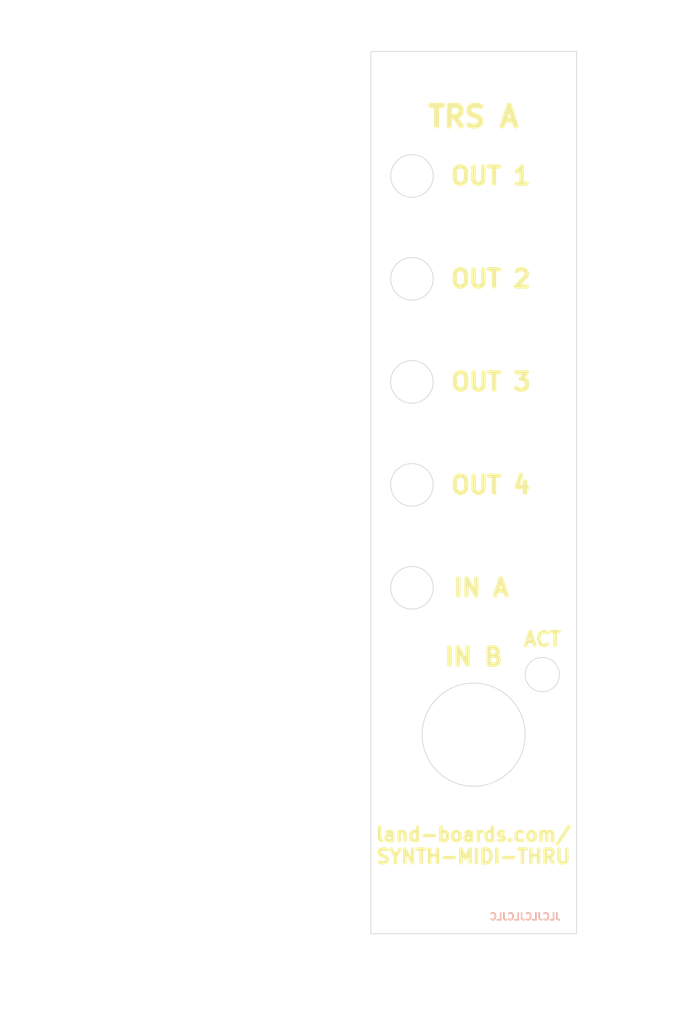
<source format=kicad_pcb>
(kicad_pcb (version 20211014) (generator pcbnew)
  (title_block (title "MOD-MIDI-THRU") (date "2022-10-06") (rev "1"))
  (layers (0 "F.Cu" signal) (31 "B.Cu" signal) (34 "B.Paste" user) (35 "F.Paste" user) (36 "B.SilkS" user "B.Silkscreen") (37 "F.SilkS" user "F.Silkscreen") (38 "B.Mask" user) (39 "F.Mask" user) (44 "Edge.Cuts" user))
  (net 0 "")
  (footprint "" (layer "F.Cu") (at 43.5 116)
    (fp_text reference "" (at 0 0) (layer "F.SilkS") (effects (font (size 1.27 1.27))))
    (fp_text value "" (at 0 0) (layer "F.SilkS") (effects (font (size 1.27 1.27))))
    (pad "" np_thru_hole oval (at 0 0) (size 12 3.2) (drill oval 12 3.2) (layers F&B.Cu *.Mask))
    (pad "" np_thru_hole oval (at 0 0) (size 12 3.2) (drill oval 12 3.2) (layers F&B.Cu *.Mask))
    (pad "" np_thru_hole oval (at 0 0) (size 12 3.2) (drill oval 12 3.2) (layers F&B.Cu *.Mask))
  )
  (footprint "" (layer "F.Cu") (at 43 -6.5)
    (fp_text reference "" (at 0 0) (layer "F.SilkS") (effects (font (size 1.27 1.27))))
    (fp_text value "" (at 0 0) (layer "F.SilkS") (effects (font (size 1.27 1.27))))
    (pad "" np_thru_hole oval (at 0 0) (size 12 3.2) (drill oval 12 3.2) (layers F&B.Cu *.Mask))
    (pad "" np_thru_hole oval (at 0 0) (size 12 3.2) (drill oval 12 3.2) (layers F&B.Cu *.Mask))
    (pad "" np_thru_hole oval (at 0 0) (size 12 3.2) (drill oval 12 3.2) (layers F&B.Cu *.Mask))
  )
  (gr_circle (center 39.5 23.61) (end 42.6 23.61) (layer "Edge.Cuts") (width 0.1) (fill none))
  (gr_circle (center 39.5 68.61) (end 42.6 68.61) (layer "Edge.Cuts") (width 0.1) (fill none))
  (gr_circle (center 39.49 38.62) (end 42.59 38.62) (layer "Edge.Cuts") (width 0.1) (fill none))
  (gr_circle (center 39.5 8.63) (end 42.6 8.63) (layer "Edge.Cuts") (width 0.1) (fill none))
  (gr_circle (center 58.5 81.25) (end 61 81.27) (layer "Edge.Cuts") (width 0.1) (fill none))
  (gr_circle (center 39.49 53.62) (end 42.59 53.62) (layer "Edge.Cuts") (width 0.1) (fill none))
  (gr_circle (center 48.49 90) (end 56 90) (layer "Edge.Cuts") (width 0.1) (fill none))
  (gr_rect (start 33.5 -9.5) (end 63.5 119) (layer "Edge.Cuts") (width 0.1) (fill none))
  (gr_text "JLCJLCJLCJLC" (at 56 116.5) (layer "B.SilkS") (effects (font (size 1 1) (thickness 0.25)) (justify mirror)))
  (gr_text "TRS A" (at 48.45 0) (layer "F.SilkS") (effects (font (size 3 3) (thickness 0.75))))
  (gr_text "ACT" (at 58.51 76.09) (layer "F.SilkS") (effects (font (size 2 2) (thickness 0.5))))
  (gr_text "OUT 3" (at 51 38.61) (layer "F.SilkS") (effects (font (size 2.5 2.5) (thickness 0.625))))
  (gr_text "IN A" (at 49.6 68.61) (layer "F.SilkS") (effects (font (size 2.5 2.5) (thickness 0.625))))
  (gr_text "OUT 4" (at 50.99 53.65) (layer "F.SilkS") (effects (font (size 2.5 2.5) (thickness 0.625))))
  (gr_text "IN B" (at 48.49 78.67) (layer "F.SilkS") (effects (font (size 2.5 2.5) (thickness 0.625))))
  (gr_text "land-boards.com/\nSYNTH-MIDI-THRU" (at 48.45 106.15) (layer "F.SilkS") (effects (font (size 2 2) (thickness 0.5))))
  (gr_text "OUT 1" (at 50.97 8.62) (layer "F.SilkS") (effects (font (size 2.5 2.5) (thickness 0.625))))
  (gr_text "OUT 2" (at 50.98 23.6) (layer "F.SilkS") (effects (font (size 2.5 2.5) (thickness 0.625))))
)
</source>
